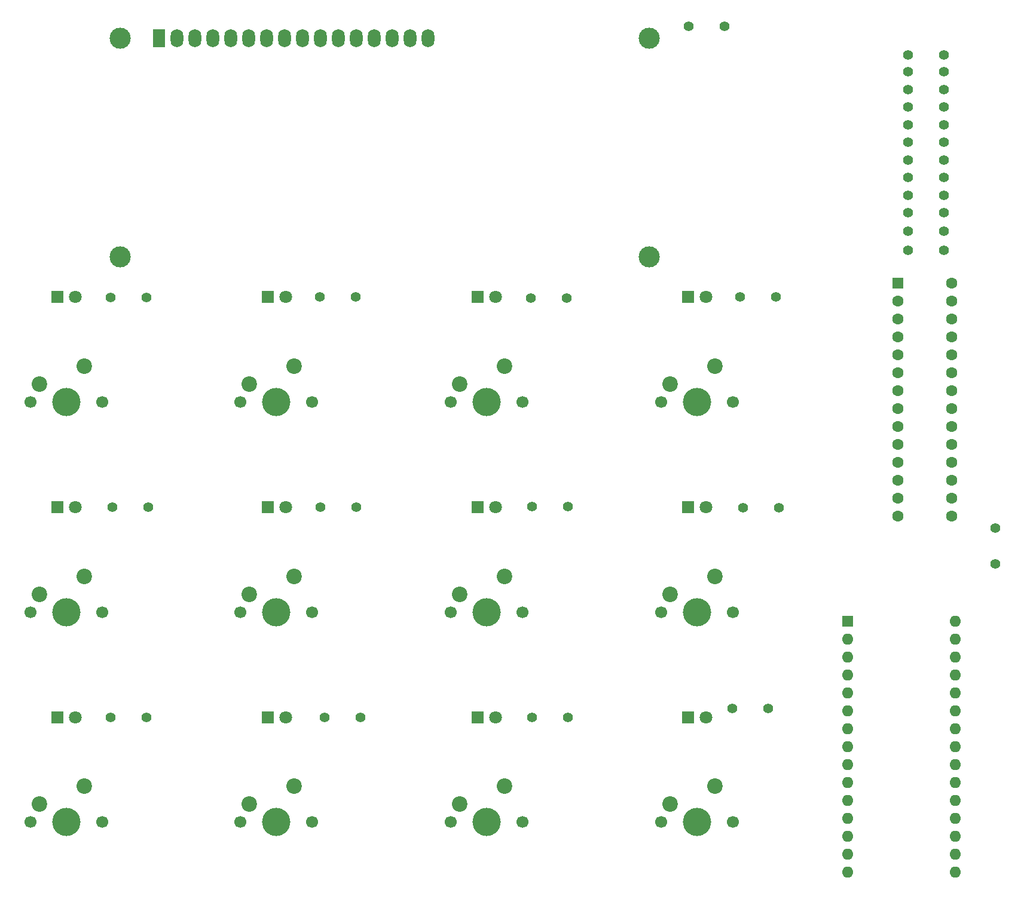
<source format=gbr>
%TF.GenerationSoftware,KiCad,Pcbnew,9.0.6*%
%TF.CreationDate,2025-12-26T23:22:09+00:00*%
%TF.ProjectId,DT,44542e6b-6963-4616-945f-706362585858,rev?*%
%TF.SameCoordinates,Original*%
%TF.FileFunction,Soldermask,Top*%
%TF.FilePolarity,Negative*%
%FSLAX46Y46*%
G04 Gerber Fmt 4.6, Leading zero omitted, Abs format (unit mm)*
G04 Created by KiCad (PCBNEW 9.0.6) date 2025-12-26 23:22:09*
%MOMM*%
%LPD*%
G01*
G04 APERTURE LIST*
G04 Aperture macros list*
%AMRoundRect*
0 Rectangle with rounded corners*
0 $1 Rounding radius*
0 $2 $3 $4 $5 $6 $7 $8 $9 X,Y pos of 4 corners*
0 Add a 4 corners polygon primitive as box body*
4,1,4,$2,$3,$4,$5,$6,$7,$8,$9,$2,$3,0*
0 Add four circle primitives for the rounded corners*
1,1,$1+$1,$2,$3*
1,1,$1+$1,$4,$5*
1,1,$1+$1,$6,$7*
1,1,$1+$1,$8,$9*
0 Add four rect primitives between the rounded corners*
20,1,$1+$1,$2,$3,$4,$5,0*
20,1,$1+$1,$4,$5,$6,$7,0*
20,1,$1+$1,$6,$7,$8,$9,0*
20,1,$1+$1,$8,$9,$2,$3,0*%
G04 Aperture macros list end*
%ADD10C,1.400000*%
%ADD11R,1.800000X1.800000*%
%ADD12C,1.800000*%
%ADD13C,1.700000*%
%ADD14C,4.000000*%
%ADD15C,2.200000*%
%ADD16C,3.000000*%
%ADD17R,1.800000X2.600000*%
%ADD18O,1.800000X2.600000*%
%ADD19RoundRect,0.250000X-0.550000X-0.550000X0.550000X-0.550000X0.550000X0.550000X-0.550000X0.550000X0*%
%ADD20C,1.600000*%
%ADD21R,1.600000X1.600000*%
%ADD22O,1.600000X1.600000*%
G04 APERTURE END LIST*
D10*
%TO.C,R5*%
X-365040000Y-24470000D03*
X-359960000Y-24470000D03*
%TD*%
D11*
%TO.C,D6*%
X-343032000Y-24465000D03*
D12*
X-340492000Y-24465000D03*
%TD*%
D11*
%TO.C,D7*%
X-313262000Y-24465000D03*
D12*
X-310722000Y-24465000D03*
%TD*%
D10*
%TO.C,R8*%
X-275690000Y-24530000D03*
X-270610000Y-24530000D03*
%TD*%
D13*
%TO.C,SW11*%
X-317090000Y-69120000D03*
D14*
X-312010000Y-69120000D03*
D13*
X-306930000Y-69120000D03*
D15*
X-309470000Y-64040000D03*
X-315820000Y-66580000D03*
%TD*%
D10*
%TO.C,R24*%
X-252290000Y34750000D03*
X-247210000Y34750000D03*
%TD*%
D11*
%TO.C,D5*%
X-372802000Y-24465000D03*
D12*
X-370262000Y-24465000D03*
%TD*%
D13*
%TO.C,SW9*%
X-376630000Y-69120000D03*
D14*
X-371550000Y-69120000D03*
D13*
X-366470000Y-69120000D03*
D15*
X-369010000Y-64040000D03*
X-375360000Y-66580000D03*
%TD*%
D10*
%TO.C,R4*%
X-276080000Y5300000D03*
X-271000000Y5300000D03*
%TD*%
D11*
%TO.C,D9*%
X-372802000Y-54235000D03*
D12*
X-370262000Y-54235000D03*
%TD*%
D10*
%TO.C,R1*%
X-365270000Y5250000D03*
X-360190000Y5250000D03*
%TD*%
D11*
%TO.C,D1*%
X-372802000Y5305000D03*
D12*
X-370262000Y5305000D03*
%TD*%
D10*
%TO.C,R11*%
X-305570000Y-54280000D03*
X-300490000Y-54280000D03*
%TD*%
%TO.C,R3*%
X-305790000Y5140000D03*
X-300710000Y5140000D03*
%TD*%
%TO.C,R25*%
X-283440000Y43700000D03*
X-278360000Y43700000D03*
%TD*%
D13*
%TO.C,SW12*%
X-287320000Y-69120000D03*
D14*
X-282240000Y-69120000D03*
D13*
X-277160000Y-69120000D03*
D15*
X-279700000Y-64040000D03*
X-286050000Y-66580000D03*
%TD*%
D10*
%TO.C,R23*%
X-252290000Y39600000D03*
X-247210000Y39600000D03*
%TD*%
%TO.C,R21*%
X-252290000Y27250000D03*
X-247210000Y27250000D03*
%TD*%
%TO.C,R12*%
X-277200000Y-53000000D03*
X-272120000Y-53000000D03*
%TD*%
D16*
%TO.C,DS1*%
X-363955000Y42000000D03*
X-363955000Y10999300D03*
X-288956420Y10999300D03*
X-288955900Y42000000D03*
D17*
X-358455900Y42000000D03*
D18*
X-355915900Y42000000D03*
X-353375900Y42000000D03*
X-350835900Y42000000D03*
X-348295900Y42000000D03*
X-345755900Y42000000D03*
X-343215900Y42000000D03*
X-340675900Y42000000D03*
X-338135900Y42000000D03*
X-335595900Y42000000D03*
X-333055900Y42000000D03*
X-330515900Y42000000D03*
X-327975900Y42000000D03*
X-325435900Y42000000D03*
X-322895900Y42000000D03*
X-320355900Y42000000D03*
%TD*%
D13*
%TO.C,SW2*%
X-346860000Y-9580000D03*
D14*
X-341780000Y-9580000D03*
D13*
X-336700000Y-9580000D03*
D15*
X-339240000Y-4500000D03*
X-345590000Y-7040000D03*
%TD*%
D10*
%TO.C,R14*%
X-252290000Y11950000D03*
X-247210000Y11950000D03*
%TD*%
%TO.C,R22*%
X-252290000Y24750000D03*
X-247210000Y24750000D03*
%TD*%
D13*
%TO.C,SW4*%
X-287320000Y-9580000D03*
D14*
X-282240000Y-9580000D03*
D13*
X-277160000Y-9580000D03*
D15*
X-279700000Y-4500000D03*
X-286050000Y-7040000D03*
%TD*%
D13*
%TO.C,SW6*%
X-346860000Y-39350000D03*
D14*
X-341780000Y-39350000D03*
D13*
X-336700000Y-39350000D03*
D15*
X-339240000Y-34270000D03*
X-345590000Y-36810000D03*
%TD*%
D10*
%TO.C,R15*%
X-252290000Y37250000D03*
X-247210000Y37250000D03*
%TD*%
D13*
%TO.C,SW3*%
X-317090000Y-9580000D03*
D14*
X-312010000Y-9580000D03*
D13*
X-306930000Y-9580000D03*
D15*
X-309470000Y-4500000D03*
X-315820000Y-7040000D03*
%TD*%
D11*
%TO.C,D12*%
X-283492000Y-54235000D03*
D12*
X-280952000Y-54235000D03*
%TD*%
D10*
%TO.C,R16*%
X-252290000Y22250000D03*
X-247210000Y22250000D03*
%TD*%
D19*
%TO.C,U1*%
X-253790000Y7270000D03*
D20*
X-253790000Y4730000D03*
X-253790000Y2190000D03*
X-253790000Y-350000D03*
X-253790000Y-2890000D03*
X-253790000Y-5430000D03*
X-253790000Y-7970000D03*
X-253790000Y-10510000D03*
X-253790000Y-13050000D03*
X-253790000Y-15590000D03*
X-253790000Y-18130000D03*
X-253790000Y-20670000D03*
X-253790000Y-23210000D03*
X-253790000Y-25750000D03*
X-246170000Y-25750000D03*
X-246170000Y-23210000D03*
X-246170000Y-20670000D03*
X-246170000Y-18130000D03*
X-246170000Y-15590000D03*
X-246170000Y-13050000D03*
X-246170000Y-10510000D03*
X-246170000Y-7970000D03*
X-246170000Y-5430000D03*
X-246170000Y-2890000D03*
X-246170000Y-350000D03*
X-246170000Y2190000D03*
X-246170000Y4730000D03*
X-246170000Y7270000D03*
%TD*%
D11*
%TO.C,D2*%
X-343032000Y5305000D03*
D12*
X-340492000Y5305000D03*
%TD*%
D13*
%TO.C,SW1*%
X-376630000Y-9580000D03*
D14*
X-371550000Y-9580000D03*
D13*
X-366470000Y-9580000D03*
D15*
X-369010000Y-4500000D03*
X-375360000Y-7040000D03*
%TD*%
D11*
%TO.C,D3*%
X-313262000Y5305000D03*
D12*
X-310722000Y5305000D03*
%TD*%
D10*
%TO.C,R17*%
X-252290000Y32250000D03*
X-247210000Y32250000D03*
%TD*%
D13*
%TO.C,SW8*%
X-287320000Y-39350000D03*
D14*
X-282240000Y-39350000D03*
D13*
X-277160000Y-39350000D03*
D15*
X-279700000Y-34270000D03*
X-286050000Y-36810000D03*
%TD*%
D10*
%TO.C,R10*%
X-334940000Y-54250000D03*
X-329860000Y-54250000D03*
%TD*%
%TO.C,R19*%
X-252290000Y29750000D03*
X-247210000Y29750000D03*
%TD*%
%TO.C,R20*%
X-252290000Y17250000D03*
X-247210000Y17250000D03*
%TD*%
%TO.C,R2*%
X-335610000Y5350000D03*
X-330530000Y5350000D03*
%TD*%
D13*
%TO.C,SW5*%
X-376630000Y-39350000D03*
D14*
X-371550000Y-39350000D03*
D13*
X-366470000Y-39350000D03*
D15*
X-369010000Y-34270000D03*
X-375360000Y-36810000D03*
%TD*%
D11*
%TO.C,D4*%
X-283492000Y5305000D03*
D12*
X-280952000Y5305000D03*
%TD*%
D10*
%TO.C,R26*%
X-240000000Y-32540000D03*
X-240000000Y-27460000D03*
%TD*%
%TO.C,R6*%
X-335530000Y-24440000D03*
X-330450000Y-24440000D03*
%TD*%
D11*
%TO.C,D11*%
X-313262000Y-54235000D03*
D12*
X-310722000Y-54235000D03*
%TD*%
D10*
%TO.C,R18*%
X-252290000Y19750000D03*
X-247210000Y19750000D03*
%TD*%
%TO.C,R9*%
X-365230000Y-54260000D03*
X-360150000Y-54260000D03*
%TD*%
D11*
%TO.C,D8*%
X-283492000Y-24465000D03*
D12*
X-280952000Y-24465000D03*
%TD*%
D10*
%TO.C,R13*%
X-252290000Y14650000D03*
X-247210000Y14650000D03*
%TD*%
D21*
%TO.C,A1*%
X-260840000Y-40610000D03*
D22*
X-260840000Y-43150000D03*
X-260840000Y-45690000D03*
X-260840000Y-48230000D03*
X-260840000Y-50770000D03*
X-260840000Y-53310000D03*
X-260840000Y-55850000D03*
X-260840000Y-58390000D03*
X-260840000Y-60930000D03*
X-260840000Y-63470000D03*
X-260840000Y-66010000D03*
X-260840000Y-68550000D03*
X-260840000Y-71090000D03*
X-260840000Y-73630000D03*
X-260840000Y-76170000D03*
X-245600000Y-76170000D03*
X-245600000Y-73630000D03*
X-245600000Y-71090000D03*
X-245600000Y-68550000D03*
X-245600000Y-66010000D03*
X-245600000Y-63470000D03*
X-245600000Y-60930000D03*
X-245600000Y-58390000D03*
X-245600000Y-55850000D03*
X-245600000Y-53310000D03*
X-245600000Y-50770000D03*
X-245600000Y-48230000D03*
X-245600000Y-45690000D03*
X-245600000Y-43150000D03*
X-245600000Y-40610000D03*
%TD*%
D13*
%TO.C,SW7*%
X-317090000Y-39350000D03*
D14*
X-312010000Y-39350000D03*
D13*
X-306930000Y-39350000D03*
D15*
X-309470000Y-34270000D03*
X-315820000Y-36810000D03*
%TD*%
D13*
%TO.C,SW10*%
X-346860000Y-69120000D03*
D14*
X-341780000Y-69120000D03*
D13*
X-336700000Y-69120000D03*
D15*
X-339240000Y-64040000D03*
X-345590000Y-66580000D03*
%TD*%
D11*
%TO.C,D10*%
X-343032000Y-54235000D03*
D12*
X-340492000Y-54235000D03*
%TD*%
D10*
%TO.C,R7*%
X-305600000Y-24400000D03*
X-300520000Y-24400000D03*
%TD*%
M02*

</source>
